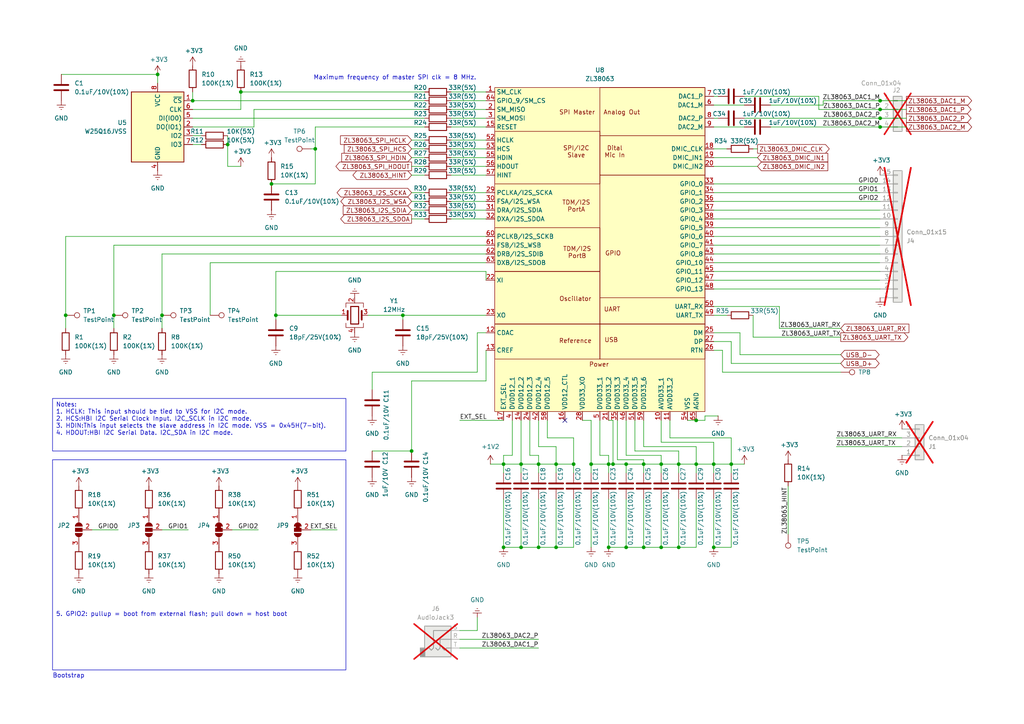
<source format=kicad_sch>
(kicad_sch (version 20231120) (generator "eeschema") (generator_version "8.0")
  (paper "A4")
  (junction (at 156.21 158.75))
  (junction (at 119.38 130.81))
  (junction (at 212.09 134.62))
  (junction (at 186.69 134.62))
  (junction (at 161.29 158.75))
  (junction (at 91.44 43.18))
  (junction (at 161.29 134.62))
  (junction (at 191.77 158.75))
  (junction (at 156.21 134.62))
  (junction (at 171.45 134.62))
  (junction (at 116.84 91.44))
  (junction (at 146.05 134.62))
  (junction (at 201.93 121.92))
  (junction (at 176.53 134.62))
  (junction (at 66.04 41.91))
  (junction (at 207.01 158.75))
  (junction (at 176.53 158.75))
  (junction (at 196.85 134.62))
  (junction (at 255.27 34.29))
  (junction (at 33.02 91.44))
  (junction (at 186.69 158.75))
  (junction (at 78.74 53.34))
  (junction (at 146.05 158.75))
  (junction (at 80.01 91.44))
  (junction (at 191.77 134.62))
  (junction (at 255.27 36.83))
  (junction (at 45.72 21.59))
  (junction (at 255.27 29.21))
  (junction (at 196.85 158.75))
  (junction (at 55.88 29.21))
  (junction (at 46.99 91.44))
  (junction (at 201.93 134.62))
  (junction (at 255.27 31.75))
  (junction (at 181.61 158.75))
  (junction (at 151.13 134.62))
  (junction (at 181.61 134.62))
  (junction (at 151.13 158.75))
  (junction (at 19.05 91.44))
  (junction (at 177.8 134.62))
  (junction (at 166.37 134.62))
  (junction (at 69.85 26.67))
  (junction (at 207.01 134.62))
  (no_connect (at 163.83 121.92))
  (wire (pts (xy 171.45 134.62) (xy 176.53 134.62)))
  (wire (pts (xy 237.49 31.75) (xy 255.27 31.75)))
  (wire (pts (xy 46.99 91.44) (xy 46.99 95.25)))
  (wire (pts (xy 130.81 58.42) (xy 140.97 58.42)))
  (wire (pts (xy 261.62 129.54) (xy 242.57 129.54)))
  (wire (pts (xy 255.27 31.75) (xy 262.89 31.75)))
  (wire (pts (xy 119.38 40.64) (xy 123.19 40.64)))
  (wire (pts (xy 151.13 158.75) (xy 156.21 158.75)))
  (wire (pts (xy 207.01 63.5) (xy 255.27 63.5)))
  (wire (pts (xy 177.8 121.92) (xy 177.8 134.62)))
  (wire (pts (xy 91.44 36.83) (xy 123.19 36.83)))
  (wire (pts (xy 184.15 121.92) (xy 184.15 130.81)))
  (wire (pts (xy 201.93 134.62) (xy 207.01 134.62)))
  (wire (pts (xy 207.01 78.74) (xy 255.27 78.74)))
  (wire (pts (xy 133.35 121.92) (xy 146.05 121.92)))
  (wire (pts (xy 199.39 121.92) (xy 201.93 121.92)))
  (wire (pts (xy 210.82 91.44) (xy 207.01 91.44)))
  (wire (pts (xy 207.01 158.75) (xy 212.09 158.75)))
  (wire (pts (xy 196.85 134.62) (xy 196.85 137.16)))
  (wire (pts (xy 209.55 101.6) (xy 207.01 101.6)))
  (wire (pts (xy 19.05 91.44) (xy 19.05 95.25)))
  (wire (pts (xy 207.01 34.29) (xy 208.28 34.29)))
  (wire (pts (xy 261.62 127) (xy 242.57 127)))
  (wire (pts (xy 133.35 182.88) (xy 138.43 182.88)))
  (wire (pts (xy 214.63 102.87) (xy 243.84 102.87)))
  (wire (pts (xy 214.63 96.52) (xy 207.01 96.52)))
  (wire (pts (xy 207.01 68.58) (xy 255.27 68.58)))
  (wire (pts (xy 73.66 36.83) (xy 55.88 36.83)))
  (wire (pts (xy 33.02 71.12) (xy 140.97 71.12)))
  (wire (pts (xy 80.01 78.74) (xy 80.01 91.44)))
  (wire (pts (xy 90.17 43.18) (xy 91.44 43.18)))
  (wire (pts (xy 196.85 158.75) (xy 201.93 158.75)))
  (wire (pts (xy 130.81 48.26) (xy 140.97 48.26)))
  (wire (pts (xy 179.07 133.35) (xy 186.69 133.35)))
  (wire (pts (xy 130.81 43.18) (xy 140.97 43.18)))
  (wire (pts (xy 146.05 132.08) (xy 146.05 134.62)))
  (wire (pts (xy 191.77 134.62) (xy 191.77 137.16)))
  (wire (pts (xy 207.01 134.62) (xy 207.01 137.16)))
  (wire (pts (xy 255.27 29.21) (xy 262.89 29.21)))
  (wire (pts (xy 223.52 36.83) (xy 255.27 36.83)))
  (wire (pts (xy 181.61 134.62) (xy 181.61 137.16)))
  (wire (pts (xy 209.55 107.95) (xy 243.84 107.95)))
  (wire (pts (xy 176.53 134.62) (xy 176.53 137.16)))
  (wire (pts (xy 151.13 158.75) (xy 151.13 144.78)))
  (wire (pts (xy 156.21 134.62) (xy 156.21 137.16)))
  (wire (pts (xy 207.01 128.27) (xy 207.01 134.62)))
  (wire (pts (xy 153.67 121.92) (xy 153.67 132.08)))
  (wire (pts (xy 228.6 140.97) (xy 228.6 154.94)))
  (wire (pts (xy 153.67 132.08) (xy 156.21 132.08)))
  (wire (pts (xy 156.21 158.75) (xy 161.29 158.75)))
  (wire (pts (xy 69.85 31.75) (xy 55.88 31.75)))
  (wire (pts (xy 209.55 107.95) (xy 209.55 101.6)))
  (wire (pts (xy 201.93 129.54) (xy 201.93 134.62)))
  (wire (pts (xy 119.38 110.49) (xy 119.38 130.81)))
  (wire (pts (xy 181.61 121.92) (xy 181.61 132.08)))
  (wire (pts (xy 151.13 134.62) (xy 151.13 137.16)))
  (wire (pts (xy 186.69 134.62) (xy 186.69 137.16)))
  (wire (pts (xy 119.38 48.26) (xy 123.19 48.26)))
  (wire (pts (xy 191.77 158.75) (xy 191.77 144.78)))
  (wire (pts (xy 80.01 91.44) (xy 99.06 91.44)))
  (wire (pts (xy 207.01 73.66) (xy 255.27 73.66)))
  (wire (pts (xy 238.76 29.21) (xy 238.76 30.48)))
  (wire (pts (xy 207.01 71.12) (xy 255.27 71.12)))
  (wire (pts (xy 173.99 132.08) (xy 176.53 132.08)))
  (wire (pts (xy 142.24 134.62) (xy 146.05 134.62)))
  (wire (pts (xy 218.44 97.79) (xy 218.44 91.44)))
  (wire (pts (xy 60.96 76.2) (xy 60.96 91.44)))
  (wire (pts (xy 176.53 132.08) (xy 176.53 134.62)))
  (wire (pts (xy 194.31 121.92) (xy 194.31 127)))
  (wire (pts (xy 130.81 31.75) (xy 140.97 31.75)))
  (wire (pts (xy 55.88 29.21) (xy 123.19 29.21)))
  (wire (pts (xy 107.95 107.95) (xy 107.95 113.03)))
  (wire (pts (xy 107.95 107.95) (xy 138.43 107.95)))
  (wire (pts (xy 191.77 132.08) (xy 191.77 134.62)))
  (wire (pts (xy 119.38 63.5) (xy 123.19 63.5)))
  (wire (pts (xy 130.81 50.8) (xy 140.97 50.8)))
  (wire (pts (xy 255.27 34.29) (xy 262.89 34.29)))
  (wire (pts (xy 186.69 121.92) (xy 186.69 129.54)))
  (wire (pts (xy 133.35 187.96) (xy 156.21 187.96)))
  (wire (pts (xy 181.61 134.62) (xy 186.69 134.62)))
  (wire (pts (xy 237.49 27.94) (xy 237.49 31.75)))
  (wire (pts (xy 161.29 134.62) (xy 161.29 137.16)))
  (wire (pts (xy 138.43 96.52) (xy 140.97 96.52)))
  (wire (pts (xy 46.99 73.66) (xy 46.99 91.44)))
  (wire (pts (xy 91.44 36.83) (xy 91.44 43.18)))
  (wire (pts (xy 119.38 58.42) (xy 123.19 58.42)))
  (wire (pts (xy 201.93 121.92) (xy 204.47 121.92)))
  (wire (pts (xy 156.21 129.54) (xy 161.29 129.54)))
  (wire (pts (xy 130.81 45.72) (xy 140.97 45.72)))
  (wire (pts (xy 55.88 34.29) (xy 123.19 34.29)))
  (wire (pts (xy 74.93 153.67) (xy 67.31 153.67)))
  (wire (pts (xy 156.21 121.92) (xy 156.21 129.54)))
  (wire (pts (xy 146.05 158.75) (xy 146.05 144.78)))
  (wire (pts (xy 55.88 39.37) (xy 58.42 39.37)))
  (wire (pts (xy 208.28 120.65) (xy 204.47 120.65)))
  (wire (pts (xy 186.69 129.54) (xy 201.93 129.54)))
  (wire (pts (xy 212.09 134.62) (xy 212.09 137.16)))
  (wire (pts (xy 207.01 48.26) (xy 219.71 48.26)))
  (wire (pts (xy 69.85 26.67) (xy 69.85 31.75)))
  (wire (pts (xy 140.97 78.74) (xy 80.01 78.74)))
  (wire (pts (xy 181.61 132.08) (xy 191.77 132.08)))
  (wire (pts (xy 186.69 133.35) (xy 186.69 134.62)))
  (wire (pts (xy 204.47 120.65) (xy 204.47 121.92)))
  (wire (pts (xy 196.85 130.81) (xy 196.85 134.62)))
  (wire (pts (xy 45.72 21.59) (xy 45.72 24.13)))
  (wire (pts (xy 161.29 158.75) (xy 161.29 144.78)))
  (wire (pts (xy 207.01 83.82) (xy 255.27 83.82)))
  (wire (pts (xy 46.99 73.66) (xy 140.97 73.66)))
  (wire (pts (xy 210.82 43.18) (xy 207.01 43.18)))
  (wire (pts (xy 238.76 30.48) (xy 223.52 30.48)))
  (wire (pts (xy 212.09 127) (xy 212.09 134.62)))
  (wire (pts (xy 130.81 26.67) (xy 140.97 26.67)))
  (wire (pts (xy 177.8 134.62) (xy 181.61 134.62)))
  (wire (pts (xy 119.38 50.8) (xy 123.19 50.8)))
  (wire (pts (xy 161.29 158.75) (xy 166.37 158.75)))
  (wire (pts (xy 191.77 134.62) (xy 196.85 134.62)))
  (wire (pts (xy 80.01 91.44) (xy 80.01 92.71)))
  (wire (pts (xy 130.81 40.64) (xy 140.97 40.64)))
  (wire (pts (xy 106.68 91.44) (xy 116.84 91.44)))
  (wire (pts (xy 91.44 43.18) (xy 91.44 53.34)))
  (wire (pts (xy 158.75 127) (xy 158.75 121.92)))
  (wire (pts (xy 119.38 55.88) (xy 123.19 55.88)))
  (wire (pts (xy 116.84 91.44) (xy 140.97 91.44)))
  (wire (pts (xy 130.81 55.88) (xy 140.97 55.88)))
  (wire (pts (xy 66.04 39.37) (xy 66.04 41.91)))
  (wire (pts (xy 33.02 91.44) (xy 33.02 95.25)))
  (wire (pts (xy 60.96 76.2) (xy 140.97 76.2)))
  (wire (pts (xy 207.01 58.42) (xy 255.27 58.42)))
  (wire (pts (xy 156.21 185.42) (xy 133.35 185.42)))
  (wire (pts (xy 166.37 134.62) (xy 166.37 137.16)))
  (wire (pts (xy 207.01 158.75) (xy 207.01 144.78)))
  (wire (pts (xy 171.45 121.92) (xy 171.45 134.62)))
  (wire (pts (xy 194.31 127) (xy 212.09 127)))
  (wire (pts (xy 171.45 158.75) (xy 171.45 144.78)))
  (wire (pts (xy 146.05 158.75) (xy 151.13 158.75)))
  (wire (pts (xy 212.09 158.75) (xy 212.09 144.78)))
  (wire (pts (xy 168.91 121.92) (xy 171.45 121.92)))
  (wire (pts (xy 218.44 97.79) (xy 243.84 97.79)))
  (wire (pts (xy 201.93 158.75) (xy 201.93 144.78)))
  (wire (pts (xy 130.81 60.96) (xy 140.97 60.96)))
  (wire (pts (xy 181.61 158.75) (xy 186.69 158.75)))
  (wire (pts (xy 176.53 134.62) (xy 177.8 134.62)))
  (wire (pts (xy 186.69 158.75) (xy 191.77 158.75)))
  (wire (pts (xy 119.38 43.18) (xy 123.19 43.18)))
  (wire (pts (xy 207.01 36.83) (xy 215.9 36.83)))
  (wire (pts (xy 166.37 127) (xy 166.37 134.62)))
  (wire (pts (xy 207.01 60.96) (xy 255.27 60.96)))
  (wire (pts (xy 19.05 68.58) (xy 19.05 91.44)))
  (wire (pts (xy 17.78 21.59) (xy 45.72 21.59)))
  (wire (pts (xy 212.09 134.62) (xy 215.9 134.62)))
  (wire (pts (xy 207.01 27.94) (xy 208.28 27.94)))
  (wire (pts (xy 207.01 45.72) (xy 219.71 45.72)))
  (wire (pts (xy 116.84 91.44) (xy 116.84 92.71)))
  (wire (pts (xy 119.38 130.81) (xy 107.95 130.81)))
  (wire (pts (xy 73.66 31.75) (xy 123.19 31.75)))
  (wire (pts (xy 69.85 26.67) (xy 123.19 26.67)))
  (wire (pts (xy 130.81 36.83) (xy 140.97 36.83)))
  (wire (pts (xy 156.21 132.08) (xy 156.21 134.62)))
  (wire (pts (xy 219.71 43.18) (xy 218.44 43.18)))
  (wire (pts (xy 212.09 105.41) (xy 243.84 105.41)))
  (wire (pts (xy 151.13 121.92) (xy 151.13 134.62)))
  (wire (pts (xy 151.13 134.62) (xy 146.05 134.62)))
  (wire (pts (xy 119.38 110.49) (xy 140.97 110.49)))
  (wire (pts (xy 179.07 121.92) (xy 179.07 133.35)))
  (wire (pts (xy 66.04 48.26) (xy 66.04 41.91)))
  (wire (pts (xy 215.9 27.94) (xy 237.49 27.94)))
  (wire (pts (xy 255.27 36.83) (xy 262.89 36.83)))
  (wire (pts (xy 215.9 34.29) (xy 255.27 34.29)))
  (wire (pts (xy 171.45 134.62) (xy 171.45 137.16)))
  (wire (pts (xy 207.01 55.88) (xy 255.27 55.88)))
  (wire (pts (xy 55.88 26.67) (xy 55.88 29.21)))
  (wire (pts (xy 238.76 29.21) (xy 255.27 29.21)))
  (wire (pts (xy 73.66 31.75) (xy 73.66 36.83)))
  (wire (pts (xy 19.05 68.58) (xy 140.97 68.58)))
  (wire (pts (xy 148.59 132.08) (xy 146.05 132.08)))
  (wire (pts (xy 226.06 95.25) (xy 226.06 88.9)))
  (wire (pts (xy 140.97 110.49) (xy 140.97 101.6)))
  (wire (pts (xy 130.81 34.29) (xy 140.97 34.29)))
  (wire (pts (xy 119.38 60.96) (xy 123.19 60.96)))
  (wire (pts (xy 34.29 153.67) (xy 26.67 153.67)))
  (wire (pts (xy 156.21 158.75) (xy 156.21 144.78)))
  (wire (pts (xy 78.74 53.34) (xy 91.44 53.34)))
  (wire (pts (xy 196.85 158.75) (xy 196.85 144.78)))
  (wire (pts (xy 140.97 78.74) (xy 140.97 81.28)))
  (wire (pts (xy 97.79 153.67) (xy 90.17 153.67)))
  (wire (pts (xy 55.88 41.91) (xy 58.42 41.91)))
  (wire (pts (xy 207.01 76.2) (xy 255.27 76.2)))
  (wire (pts (xy 148.59 121.92) (xy 148.59 132.08)))
  (wire (pts (xy 130.81 63.5) (xy 140.97 63.5)))
  (wire (pts (xy 214.63 96.52) (xy 214.63 102.87)))
  (wire (pts (xy 69.85 48.26) (xy 66.04 48.26)))
  (wire (pts (xy 130.81 29.21) (xy 140.97 29.21)))
  (wire (pts (xy 212.09 99.06) (xy 207.01 99.06)))
  (wire (pts (xy 207.01 53.34) (xy 255.27 53.34)))
  (wire (pts (xy 191.77 128.27) (xy 207.01 128.27)))
  (wire (pts (xy 158.75 127) (xy 166.37 127)))
  (wire (pts (xy 54.61 153.67) (xy 46.99 153.67)))
  (wire (pts (xy 186.69 134.62) (xy 191.77 134.62)))
  (wire (pts (xy 184.15 130.81) (xy 196.85 130.81)))
  (wire (pts (xy 146.05 134.62) (xy 146.05 137.16)))
  (wire (pts (xy 176.53 158.75) (xy 176.53 144.78)))
  (wire (pts (xy 226.06 88.9) (xy 207.01 88.9)))
  (wire (pts (xy 226.06 95.25) (xy 243.84 95.25)))
  (wire (pts (xy 119.38 45.72) (xy 123.19 45.72)))
  (wire (pts (xy 207.01 66.04) (xy 255.27 66.04)))
  (wire (pts (xy 166.37 158.75) (xy 166.37 144.78)))
  (wire (pts (xy 176.53 158.75) (xy 181.61 158.75)))
  (wire (pts (xy 33.02 71.12) (xy 33.02 91.44)))
  (wire (pts (xy 212.09 105.41) (xy 212.09 99.06)))
  (wire (pts (xy 156.21 134.62) (xy 151.13 134.62)))
  (wire (pts (xy 181.61 158.75) (xy 181.61 144.78)))
  (wire (pts (xy 191.77 158.75) (xy 196.85 158.75)))
  (wire (pts (xy 201.93 134.62) (xy 201.93 137.16)))
  (wire (pts (xy 173.99 121.92) (xy 173.99 132.08)))
  (wire (pts (xy 196.85 134.62) (xy 201.93 134.62)))
  (wire (pts (xy 176.53 121.92) (xy 177.8 121.92)))
  (wire (pts (xy 207.01 30.48) (xy 215.9 30.48)))
  (wire (pts (xy 186.69 158.75) (xy 186.69 144.78)))
  (wire (pts (xy 138.43 182.88) (xy 138.43 179.07)))
  (wire (pts (xy 207.01 81.28) (xy 255.27 81.28)))
  (wire (pts (xy 161.29 129.54) (xy 161.29 134.62)))
  (wire (pts (xy 156.21 134.62) (xy 161.29 134.62)))
  (wire (pts (xy 138.43 107.95) (xy 138.43 96.52)))
  (wire (pts (xy 191.77 121.92) (xy 191.77 128.27)))
  (wire (pts (xy 207.01 134.62) (xy 212.09 134.62)))
  (wire (pts (xy 166.37 134.62) (xy 161.29 134.62)))
  (text_box "\n\n\n\n\n\n\n\n\n\n\n\n\n\n\n\n\n\n\n\n\n5. GPIO2: pullup = boot from external flash; pull down = host boot" (at 15.24 133.35 0) (size 85.09 60.96) (effects (font (size 1.27 1.27)) (justify left top)))
  (text_box "Notes:\n1. HCLK: This input should be tied to VSS for I2C mode.\n2. HCS:HBI I2C Serial Clock Input. I2C_SCLK in I2C mode.\n3. HDIN:This input selects the slave address in I2C mode. VSS = 0x45H(7-bit).\n4. HDOUT:HBI I2C Serial Data. I2C_SDA in I2C mode." (at 15.24 115.57 0) (size 85.09 15.24) (effects (font (size 1.27 1.27)) (justify left top)))
  (text "Maximum frequency of master SPI clk = 8 MHz." (at 114.554 22.606 0) (effects (font (size 1.27 1.27))))
  (text "Bootstrap" (at 15.24 196.088 0) (effects (font (size 1.27 1.27)) (justify left)))
  (label "ZL38063_DAC2_M" (at 255.27 36.83 180))
  (label "ZL38063_UART_RX" (at 242.57 127 0))
  (label "ZL38063_UART_RX" (at 243.84 95.25 180))
  (label "ZL38063_UART_TX" (at 243.84 97.79 180))
  (label "GPIO1" (at 248.92 55.88 0))
  (label "ZL38063_DAC1_M" (at 255.27 29.21 180))
  (label "GPIO1" (at 54.61 153.67 180))
  (label "ZL38063_DAC2_P" (at 156.21 185.42 180))
  (label "EXT_SEL" (at 97.79 153.67 180))
  (label "ZL38063_DAC1_P" (at 255.27 31.75 180))
  (label "ZL38063_DAC1_P" (at 156.21 187.96 180))
  (label "GPIO0" (at 248.92 53.34 0))
  (label "GPIO2" (at 74.93 153.67 180))
  (label "EXT_SEL" (at 133.35 121.92 0))
  (label "ZL38063_UART_TX" (at 242.57 129.54 0))
  (label "ZL38063_DAC2_P" (at 255.27 34.29 180))
  (label "GPIO2" (at 248.92 58.42 0))
  (label "ZL38063_HINT" (at 228.6 154.94 90))
  (label "GPIO0" (at 34.29 153.67 180))
  (global_label "ZL38063_I2S_SDIA" (shape input) (at 119.38 60.96 180) (property "Intersheetrefs" "${INTERSHEET_REFS}" (effects (hide yes))))
  (global_label "ZL38063_UART_TX" (shape output) (at 243.84 97.79 0) (property "Intersheetrefs" "${INTERSHEET_REFS}" (effects (hide yes))))
  (global_label "USB_D+" (shape bidirectional) (at 243.84 105.41 0) (property "Intersheetrefs" "${INTERSHEET_REFS}" (effects (hide yes))))
  (global_label "ZL38063_HINT" (shape bidirectional) (at 119.38 50.8 180) (property "Intersheetrefs" "${INTERSHEET_REFS}" (effects (hide yes))))
  (global_label "ZL38063_UART_RX" (shape input) (at 243.84 95.25 0) (property "Intersheetrefs" "${INTERSHEET_REFS}" (effects (hide yes))))
  (global_label "ZL38063_SPI_HDOUT" (shape output) (at 119.38 48.26 180) (property "Intersheetrefs" "${INTERSHEET_REFS}" (effects (hide yes))))
  (global_label "ZL38063_DMIC_CLK" (shape output) (at 219.71 43.18 0) (property "Intersheetrefs" "${INTERSHEET_REFS}" (effects (hide yes))))
  (global_label "ZL38063_DAC1_P" (shape output) (at 262.89 31.75 0) (property "Intersheetrefs" "${INTERSHEET_REFS}" (effects (hide yes))))
  (global_label "ZL38063_DAC2_M" (shape output) (at 262.89 36.83 0) (property "Intersheetrefs" "${INTERSHEET_REFS}" (effects (hide yes))))
  (global_label "ZL38063_SPI_HDIN" (shape input) (at 119.38 45.72 180) (property "Intersheetrefs" "${INTERSHEET_REFS}" (effects (hide yes))))
  (global_label "ZL38063_SPI_HCLK" (shape input) (at 119.38 40.64 180) (property "Intersheetrefs" "${INTERSHEET_REFS}" (effects (hide yes))))
  (global_label "ZL38063_I2S_SDOA" (shape output) (at 119.38 63.5 180) (property "Intersheetrefs" "${INTERSHEET_REFS}" (effects (hide yes))))
  (global_label "ZL38063_DMIC_IN2" (shape input) (at 219.71 48.26 0) (property "Intersheetrefs" "${INTERSHEET_REFS}" (effects (hide yes))))
  (global_label "ZL38063_I2S_WSA" (shape bidirectional) (at 119.38 58.42 180) (property "Intersheetrefs" "${INTERSHEET_REFS}" (effects (hide yes))))
  (global_label "ZL38063_DAC1_M" (shape output) (at 262.89 29.21 0) (property "Intersheetrefs" "${INTERSHEET_REFS}" (effects (hide yes))))
  (global_label "ZL38063_DMIC_IN1" (shape input) (at 219.71 45.72 0) (property "Intersheetrefs" "${INTERSHEET_REFS}" (effects (hide yes))))
  (global_label "USB_D-" (shape bidirectional) (at 243.84 102.87 0) (property "Intersheetrefs" "${INTERSHEET_REFS}" (effects (hide yes))))
  (global_label "ZL38063_I2S_SCKA" (shape bidirectional) (at 119.38 55.88 180) (property "Intersheetrefs" "${INTERSHEET_REFS}" (effects (hide yes))))
  (global_label "ZL38063_DAC2_P" (shape output) (at 262.89 34.29 0) (property "Intersheetrefs" "${INTERSHEET_REFS}" (effects (hide yes))))
  (global_label "ZL38063_SPI_HCS" (shape input) (at 119.38 43.18 180) (property "Intersheetrefs" "${INTERSHEET_REFS}" (effects (hide yes))))
  (symbol (lib_id "Device:C") (at 107.95 116.84 0) (unit 1)
    (property "Reference" "C11" (at 112.014 116.84 90) (effects (justify left)))
    (property "Value" "0.1uF/10V" (at 112.014 127.762 90) (effects (justify left)))
    (property "Footprint" "Capacitor_SMD:C_0402_1005Metric" (effects (hide yes)))
    (property "Description" "Unpolarized capacitor" (effects (hide yes)))
  )
  (symbol (lib_id "ZL38063:ZL38063") (at 173.99 59.69 0) (unit 1)
    (property "Reference" "U8" (at 173.99 20.32 0))
    (property "Value" "ZL38063" (at 173.99 22.86 0))
    (property "Footprint" "Package_DFN_QFN:QFN-64-1EP_9x9mm_P0.5mm_EP7.3x7.3mm_ThermalVias" (effects (hide yes)))
    (property "Datasheet" "https://www.microsemi.com/document-portal/doc_download/136798-zl38063-datasheet" (effects (hide yes)))
    (property "Description" "Microphone Array ASR-assist Audio Processor" (effects (hide yes)))
  )
  (symbol (lib_id "Device:R") (at 78.74 49.53 180) (unit 1)
    (property "Reference" "R15" (at 81.28 48.2599 0) (effects (justify right)))
    (property "Value" "10K(1%)" (at 81.28 50.7999 0) (effects (justify right)))
    (property "Footprint" "Resistor_SMD:R_0402_1005Metric" (effects (hide yes)))
    (property "Description" "Resistor" (effects (hide yes)))
  )
  (symbol (lib_id "Device:C") (at 156.21 140.97 0) (unit 1)
    (property "Reference" "C18" (at 157.48 139.446 90) (effects (justify left)))
    (property "Value" "0.1uF/10V(10%)" (at 157.48 158.242 90) (effects (justify left)))
    (property "Footprint" "Capacitor_SMD:C_0402_1005Metric" (effects (hide yes)))
    (property "Description" "Unpolarized capacitor" (effects (hide yes)))
  )
  (symbol (lib_id "power:Earth") (at 138.43 179.07 180) (unit 1)
    (property "Reference" "#PWR035" (effects (hide yes)))
    (property "Value" "GND" (at 138.43 173.99 0))
    (property "Description" "Power symbol creates a global label with name \"Earth\"" (effects (hide yes)))
  )
  (symbol (lib_id "Device:R") (at 127 50.8 90) (unit 1)
    (property "Reference" "R29" (at 121.92 49.53 90))
    (property "Value" "33R(5%)" (at 134.112 49.53 90))
    (property "Footprint" "Resistor_SMD:R_0402_1005Metric" (effects (hide yes)))
    (property "Description" "Resistor" (effects (hide yes)))
  )
  (symbol (lib_id "Jumper:SolderJumper_3_Open") (at 22.86 153.67 90) (mirror x) (unit 1)
    (property "Reference" "JP2" (at 20.32 152.3999 90) (effects (justify left)))
    (property "Value" "SolderJumper_3_Open" (effects (hide yes)))
    (property "Footprint" "Jumper:SolderJumper-3_P1.3mm_Open_RoundedPad1.0x1.5mm" (effects (hide yes)))
    (property "Description" "Solder Jumper, 3-pole, open" (effects (hide yes)))
  )
  (symbol (lib_id "Device:Crystal_GND24") (at 102.87 91.44 0) (unit 1)
    (property "Reference" "Y1" (at 114.3 87.249 0))
    (property "Value" "12MHz" (at 114.3 89.789 0))
    (property "Footprint" "Crystal:Crystal_SMD_3225-4Pin_3.2x2.5mm" (effects (hide yes)))
    (property "Description" "Four pin crystal, GND on pins 2 and 4" (effects (hide yes)))
  )
  (symbol (lib_id "Device:C") (at 78.74 57.15 0) (unit 1)
    (property "Reference" "C13" (at 82.55 55.8799 0) (effects (justify left)))
    (property "Value" "0.1uF/10V(10%)" (at 82.55 58.4199 0) (effects (justify left)))
    (property "Footprint" "Capacitor_SMD:C_0402_1005Metric" (effects (hide yes)))
    (property "Description" "Unpolarized capacitor" (effects (hide yes)))
  )
  (symbol (lib_id "Jumper:SolderJumper_3_Open") (at 43.18 153.67 90) (mirror x) (unit 1)
    (property "Reference" "JP3" (at 40.64 152.3999 90) (effects (justify left)))
    (property "Value" "SolderJumper_3_Open" (effects (hide yes)))
    (property "Footprint" "Jumper:SolderJumper-3_P1.3mm_Open_RoundedPad1.0x1.5mm" (effects (hide yes)))
    (property "Description" "Solder Jumper, 3-pole, open" (effects (hide yes)))
  )
  (symbol (lib_id "power:Earth") (at 86.36 166.37 0) (unit 1)
    (property "Reference" "#PWR0132" (effects (hide yes)))
    (property "Value" "GND" (at 86.36 171.45 0))
    (property "Description" "Power symbol creates a global label with name \"Earth\"" (effects (hide yes)))
  )
  (symbol (lib_id "power:Earth") (at 22.86 166.37 0) (unit 1)
    (property "Reference" "#PWR054" (effects (hide yes)))
    (property "Value" "GND" (at 22.86 171.45 0))
    (property "Description" "Power symbol creates a global label with name \"Earth\"" (effects (hide yes)))
  )
  (symbol (lib_id "Device:R") (at 63.5 162.56 0) (unit 1)
    (property "Reference" "R50" (at 66.04 161.2899 0) (effects (justify left)))
    (property "Value" "10K(1%)" (at 66.04 163.8299 0) (effects (justify left)))
    (property "Footprint" "Resistor_SMD:R_0402_1005Metric" (effects (hide yes)))
    (property "Description" "Resistor" (effects (hide yes)))
  )
  (symbol (lib_id "Device:C") (at 176.53 140.97 0) (unit 1)
    (property "Reference" "C23" (at 177.8 139.446 90) (effects (justify left)))
    (property "Value" "0.1uF/10V(10%)" (at 177.8 158.242 90) (effects (justify left)))
    (property "Footprint" "Capacitor_SMD:C_0402_1005Metric" (effects (hide yes)))
    (property "Description" "Unpolarized capacitor" (effects (hide yes)))
  )
  (symbol (lib_id "power:Earth") (at 116.84 100.33 0) (unit 1)
    (property "Reference" "#PWR052" (effects (hide yes)))
    (property "Value" "GND" (at 116.84 105.41 0))
    (property "Description" "Power symbol creates a global label with name \"Earth\"" (effects (hide yes)))
  )
  (symbol (lib_id "Jumper:SolderJumper_3_Bridged12") (at 86.36 153.67 90) (mirror x) (unit 1)
    (property "Reference" "JP9" (at 83.82 152.3999 90) (effects (justify left)))
    (property "Value" "SolderJumper_3_Bridged12" (effects (hide yes)))
    (property "Footprint" "Jumper:SolderJumper-3_P1.3mm_Bridged12_RoundedPad1.0x1.5mm" (effects (hide yes)))
    (property "Description" "3-pole Solder Jumper, pins 1+2 closed/bridged" (effects (hide yes)))
  )
  (symbol (lib_id "Jumper:SolderJumper_3_Bridged12") (at 63.5 153.67 90) (mirror x) (unit 1)
    (property "Reference" "JP4" (at 60.96 152.3999 90) (effects (justify left)))
    (property "Value" "SolderJumper_3_Bridged12" (effects (hide yes)))
    (property "Footprint" "Jumper:SolderJumper-3_P1.3mm_Bridged12_RoundedPad1.0x1.5mm" (effects (hide yes)))
    (property "Description" "3-pole Solder Jumper, pins 1+2 closed/bridged" (effects (hide yes)))
  )
  (symbol (lib_id "Device:C") (at 219.71 30.48 90) (unit 1)
    (property "Reference" "C35" (at 218.186 29.21 90) (effects (justify left)))
    (property "Value" "1uF/10V(10%)" (at 236.982 29.21 90) (effects (justify left)))
    (property "Footprint" "Capacitor_SMD:C_0402_1005Metric" (effects (hide yes)))
    (property "Description" "Unpolarized capacitor" (effects (hide yes)))
  )
  (symbol (lib_id "Device:R") (at 127 26.67 90) (unit 1)
    (property "Reference" "R20" (at 121.92 25.4 90))
    (property "Value" "33R(5%)" (at 134.112 25.4 90))
    (property "Footprint" "Resistor_SMD:R_0402_1005Metric" (effects (hide yes)))
    (property "Description" "Resistor" (effects (hide yes)))
  )
  (symbol (lib_id "power:Earth") (at 107.95 120.65 0) (unit 1)
    (property "Reference" "#PWR037" (effects (hide yes)))
    (property "Value" "GND" (at 107.95 125.73 0))
    (property "Description" "Power symbol creates a global label with name \"Earth\"" (effects (hide yes)))
  )
  (symbol (lib_id "Device:R") (at 69.85 22.86 180) (unit 1)
    (property "Reference" "R13" (at 72.39 21.5899 0) (effects (justify right)))
    (property "Value" "100K(1%)" (at 72.39 24.1299 0) (effects (justify right)))
    (property "Footprint" "Resistor_SMD:R_0402_1005Metric" (effects (hide yes)))
    (property "Description" "Resistor" (effects (hide yes)))
  )
  (symbol (lib_id "Device:C") (at 171.45 140.97 0) (unit 1)
    (property "Reference" "C21" (at 172.72 139.446 90) (effects (justify left)))
    (property "Value" "0.1uF/10V(10%)" (at 172.72 158.242 90) (effects (justify left)))
    (property "Footprint" "Capacitor_SMD:C_0402_1005Metric" (effects (hide yes)))
    (property "Description" "Unpolarized capacitor" (effects (hide yes)))
  )
  (symbol (lib_id "Device:R") (at 43.18 144.78 0) (unit 1)
    (property "Reference" "R36" (at 45.72 143.5099 0) (effects (justify left)))
    (property "Value" "10K(1%)" (at 45.72 146.0499 0) (effects (justify left)))
    (property "Footprint" "Resistor_SMD:R_0402_1005Metric" (effects (hide yes)))
    (property "Description" "Resistor" (effects (hide yes)))
  )
  (symbol (lib_id "Device:C") (at 161.29 140.97 0) (unit 1)
    (property "Reference" "C19" (at 162.56 139.446 90) (effects (justify left)))
    (property "Value" "0.1uF/10V(10%)" (at 162.56 158.242 90) (effects (justify left)))
    (property "Footprint" "Capacitor_SMD:C_0402_1005Metric" (effects (hide yes)))
    (property "Description" "Unpolarized capacitor" (effects (hide yes)))
  )
  (symbol (lib_id "power:+3.3V") (at 63.5 140.97 0) (unit 1)
    (property "Reference" "#PWR092" (effects (hide yes)))
    (property "Value" "+3V3" (at 63.8683 136.6456 0))
  )
  (symbol (lib_id "Connector:TestPoint") (at 90.17 43.18 90) (unit 1)
    (property "Reference" "TP6" (at 86.868 38.1 90))
    (property "Value" "TestPoint" (at 86.868 40.64 90))
    (property "Footprint" "TestPoint:TestPoint_Pad_D1.0mm" (effects (hide yes)))
    (property "Description" "test point" (effects (hide yes)))
  )
  (symbol (lib_id "Device:R") (at 86.36 162.56 0) (unit 1)
    (property "Reference" "R52" (at 88.9 161.2899 0) (effects (justify left)))
    (property "Value" "10K(1%)" (at 88.9 163.8299 0) (effects (justify left)))
    (property "Footprint" "Resistor_SMD:R_0402_1005Metric" (effects (hide yes)))
    (property "Description" "Resistor" (effects (hide yes)))
  )
  (symbol (lib_id "Device:R") (at 127 45.72 90) (unit 1)
    (property "Reference" "R27" (at 121.92 44.45 90))
    (property "Value" "33R(5%)" (at 134.112 44.45 90))
    (property "Footprint" "Resistor_SMD:R_0402_1005Metric" (effects (hide yes)))
    (property "Description" "Resistor" (effects (hide yes)))
  )
  (symbol (lib_id "power:+3.3V") (at 261.62 124.46 0) (unit 1)
    (property "Reference" "#PWR0116" (effects (hide yes)))
    (property "Value" "+3V3" (at 261.9883 120.1356 0))
  )
  (symbol (lib_id "Device:C") (at 119.38 134.62 0) (unit 1)
    (property "Reference" "C14" (at 123.444 134.874 90) (effects (justify left)))
    (property "Value" "0.1uF/10V" (at 123.444 145.796 90) (effects (justify left)))
    (property "Footprint" "Capacitor_SMD:C_0402_1005Metric" (effects (hide yes)))
    (property "Description" "Unpolarized capacitor" (effects (hide yes)))
  )
  (symbol (lib_id "Device:R") (at 127 34.29 90) (unit 1)
    (property "Reference" "R23" (at 121.92 33.02 90))
    (property "Value" "33R(5%)" (at 134.112 33.02 90))
    (property "Footprint" "Resistor_SMD:R_0402_1005Metric" (effects (hide yes)))
    (property "Description" "Resistor" (effects (hide yes)))
  )
  (symbol (lib_id "Device:R") (at 127 60.96 90) (unit 1)
    (property "Reference" "R32" (at 121.92 59.69 90))
    (property "Value" "33R(5%)" (at 134.112 59.69 90))
    (property "Footprint" "Resistor_SMD:R_0402_1005Metric" (effects (hide yes)))
    (property "Description" "Resistor" (effects (hide yes)))
  )
  (symbol (lib_id "power:Earth") (at 146.05 158.75 0) (unit 1)
    (property "Reference" "#PWR057" (effects (hide yes)))
    (property "Value" "GND" (at 146.05 163.83 0))
    (property "Description" "Power symbol creates a global label with name \"Earth\"" (effects (hide yes)))
  )
  (symbol (lib_id "Device:C") (at 146.05 140.97 0) (unit 1)
    (property "Reference" "C16" (at 147.32 139.446 90) (effects (justify left)))
    (property "Value" "0.1uF/10V(10%)" (at 147.32 158.242 90) (effects (justify left)))
    (property "Footprint" "Capacitor_SMD:C_0402_1005Metric" (effects (hide yes)))
    (property "Description" "Unpolarized capacitor" (effects (hide yes)))
  )
  (symbol (lib_id "Connector_Generic:Conn_01x04") (at 266.7 129.54 0) (mirror x) (unit 1) (in_bom no) (dnp yes)
    (property "Reference" "J1" (at 269.24 129.5401 0) (effects (justify left)))
    (property "Value" "Conn_01x04" (at 269.24 127.0001 0) (effects (justify left)))
    (property "Footprint" "Connector_PinHeader_2.54mm:PinHeader_1x04_P2.54mm_Vertical" (effects (hide yes)))
    (property "Description" "Generic connector, single row, 01x04, script generated (kicad-library-utils/schlib/autogen/connector/)" (effects (hide yes)))
  )
  (symbol (lib_id "Device:R") (at 127 58.42 90) (unit 1)
    (property "Reference" "R31" (at 121.92 57.15 90))
    (property "Value" "33R(5%)" (at 134.112 57.15 90))
    (property "Footprint" "Resistor_SMD:R_0402_1005Metric" (effects (hide yes)))
    (property "Description" "Resistor" (effects (hide yes)))
  )
  (symbol (lib_id "power:Earth") (at 78.74 60.96 0) (unit 1)
    (property "Reference" "#PWR040" (effects (hide yes)))
    (property "Value" "GND" (at 78.74 66.04 0))
    (property "Description" "Power symbol creates a global label with name \"Earth\"" (effects (hide yes)))
  )
  (symbol (lib_id "Device:R") (at 19.05 99.06 180) (unit 1)
    (property "Reference" "R1" (at 21.59 97.7899 0) (effects (justify right)))
    (property "Value" "100K(1%)" (at 21.59 100.3299 0) (effects (justify right)))
    (property "Footprint" "Resistor_SMD:R_0402_1005Metric" (effects (hide yes)))
    (property "Description" "Resistor" (effects (hide yes)))
  )
  (symbol (lib_id "Device:R") (at 22.86 144.78 0) (unit 1)
    (property "Reference" "R18" (at 25.4 143.5099 0) (effects (justify left)))
    (property "Value" "10K(1%)" (at 25.4 146.0499 0) (effects (justify left)))
    (property "Footprint" "Resistor_SMD:R_0402_1005Metric" (effects (hide yes)))
    (property "Description" "Resistor" (effects (hide yes)))
  )
  (symbol (lib_id "Device:R") (at 46.99 99.06 180) (unit 1)
    (property "Reference" "R8" (at 49.53 97.7899 0) (effects (justify right)))
    (property "Value" "100K(1%)" (at 49.53 100.3299 0) (effects (justify right)))
    (property "Footprint" "Resistor_SMD:R_0402_1005Metric" (effects (hide yes)))
    (property "Description" "Resistor" (effects (hide yes)))
  )
  (symbol (lib_id "Connector:TestPoint") (at 243.84 107.95 270) (unit 1)
    (property "Reference" "TP8" (at 248.92 107.9499 90) (effects (justify left)))
    (property "Value" "TestPoint" (effects (hide yes)))
    (property "Footprint" "TestPoint:TestPoint_Pad_D1.0mm" (effects (hide yes)))
    (property "Description" "test point" (effects (hide yes)))
  )
  (symbol (lib_id "Device:R") (at 62.23 39.37 90) (unit 1)
    (property "Reference" "R11" (at 57.15 38.1 90))
    (property "Value" "10K(5%)" (at 69.85 38.1 90))
    (property "Footprint" "Resistor_SMD:R_0402_1005Metric" (effects (hide yes)))
    (property "Description" "Resistor" (effects (hide yes)))
  )
  (symbol (lib_id "Device:C") (at 212.09 34.29 90) (unit 1)
    (property "Reference" "C34" (at 210.566 33.02 90) (effects (justify left)))
    (property "Value" "1uF/10V(10%)" (at 229.362 33.02 90) (effects (justify left)))
    (property "Footprint" "Capacitor_SMD:C_0402_1005Metric" (effects (hide yes)))
    (property "Description" "Unpolarized capacitor" (effects (hide yes)))
  )
  (symbol (lib_id "power:Earth") (at 102.87 86.36 180) (unit 1)
    (property "Reference" "#PWR043" (effects (hide yes)))
    (property "Value" "GND" (at 102.87 81.28 0))
    (property "Description" "Power symbol creates a global label with name \"Earth\"" (effects (hide yes)))
  )
  (symbol (lib_id "Device:C") (at 219.71 36.83 90) (unit 1)
    (property "Reference" "C36" (at 218.186 35.56 90) (effects (justify left)))
    (property "Value" "1uF/10V(10%)" (at 236.982 35.56 90) (effects (justify left)))
    (property "Footprint" "Capacitor_SMD:C_0402_1005Metric" (effects (hide yes)))
    (property "Description" "Unpolarized capacitor" (effects (hide yes)))
  )
  (symbol (lib_id "Device:R") (at 214.63 43.18 90) (unit 1)
    (property "Reference" "R34" (at 209.042 40.894 90))
    (property "Value" "33R(5%)" (at 215.9 40.894 90))
    (property "Footprint" "Resistor_SMD:R_0402_1005Metric" (effects (hide yes)))
    (property "Description" "Resistor" (effects (hide yes)))
  )
  (symbol (lib_id "power:Earth") (at 19.05 102.87 0) (unit 1)
    (property "Reference" "#PWR019" (effects (hide yes)))
    (property "Value" "GND" (at 19.05 107.95 0))
    (property "Description" "Power symbol creates a global label with name \"Earth\"" (effects (hide yes)))
  )
  (symbol (lib_id "Device:R") (at 55.88 22.86 180) (unit 1)
    (property "Reference" "R10" (at 58.42 21.5899 0) (effects (justify right)))
    (property "Value" "100K(1%)" (at 58.42 24.1299 0) (effects (justify right)))
    (property "Footprint" "Resistor_SMD:R_0402_1005Metric" (effects (hide yes)))
    (property "Description" "Resistor" (effects (hide yes)))
  )
  (symbol (lib_id "power:Earth") (at 171.45 158.75 0) (unit 1)
    (property "Reference" "#PWR059" (effects (hide yes)))
    (property "Value" "GND" (at 171.45 163.83 0))
    (property "Description" "Power symbol creates a global label with name \"Earth\"" (effects (hide yes)))
  )
  (symbol (lib_id "Device:R") (at 43.18 162.56 0) (unit 1)
    (property "Reference" "R37" (at 45.72 161.2899 0) (effects (justify left)))
    (property "Value" "10K(1%)" (at 45.72 163.8299 0) (effects (justify left)))
    (property "Footprint" "Resistor_SMD:R_0402_1005Metric" (effects (hide yes)))
    (property "Description" "Resistor" (effects (hide yes)))
  )
  (symbol (lib_id "Device:R") (at 127 36.83 90) (unit 1)
    (property "Reference" "R24" (at 121.92 35.56 90))
    (property "Value" "33R(5%)" (at 134.112 35.56 90))
    (property "Footprint" "Resistor_SMD:R_0402_1005Metric" (effects (hide yes)))
    (property "Description" "Resistor" (effects (hide yes)))
  )
  (symbol (lib_id "power:+3.3V") (at 215.9 134.62 0) (unit 1)
    (property "Reference" "#PWR075" (effects (hide yes)))
    (property "Value" "+3V3" (at 216.2683 130.2956 0))
  )
  (symbol (lib_id "Device:C") (at 181.61 140.97 0) (unit 1)
    (property "Reference" "C24" (at 182.88 139.446 90) (effects (justify left)))
    (property "Value" "0.1uF/10V(10%)" (at 182.88 158.242 90) (effects (justify left)))
    (property "Footprint" "Capacitor_SMD:C_0402_1005Metric" (effects (hide yes)))
    (property "Description" "Unpolarized capacitor" (effects (hide yes)))
  )
  (symbol (lib_id "power:Earth") (at 107.95 138.43 0) (unit 1)
    (property "Reference" "#PWR038" (effects (hide yes)))
    (property "Value" "GND" (at 107.95 143.51 0))
    (property "Description" "Power symbol creates a global label with name \"Earth\"" (effects (hide yes)))
  )
  (symbol (lib_id "power:Earth") (at 208.28 120.65 0) (unit 1)
    (property "Reference" "#PWR074" (effects (hide yes)))
    (property "Value" "GND" (at 208.28 125.73 0))
    (property "Description" "Power symbol creates a global label with name \"Earth\"" (effects (hide yes)))
  )
  (symbol (lib_id "power:Earth") (at 17.78 29.21 0) (unit 1)
    (property "Reference" "#PWR01" (effects (hide yes)))
    (property "Value" "GND" (at 17.78 34.29 0))
    (property "Description" "Power symbol creates a global label with name \"Earth\"" (effects (hide yes)))
  )
  (symbol (lib_id "power:Earth") (at 207.01 158.75 0) (unit 1)
    (property "Reference" "#PWR048" (effects (hide yes)))
    (property "Value" "GND" (at 207.01 163.83 0))
    (property "Description" "Power symbol creates a global label with name \"Earth\"" (effects (hide yes)))
  )
  (symbol (lib_id "power:Earth") (at 119.38 138.43 0) (unit 1)
    (property "Reference" "#PWR049" (effects (hide yes)))
    (property "Value" "GND" (at 119.38 143.51 0))
    (property "Description" "Power symbol creates a global label with name \"Earth\"" (effects (hide yes)))
  )
  (symbol (lib_id "Device:R") (at 63.5 144.78 0) (unit 1)
    (property "Reference" "R38" (at 66.04 143.5099 0) (effects (justify left)))
    (property "Value" "10K(1%)" (at 66.04 146.0499 0) (effects (justify left)))
    (property "Footprint" "Resistor_SMD:R_0402_1005Metric" (effects (hide yes)))
    (property "Description" "Resistor" (effects (hide yes)))
  )
  (symbol (lib_id "Device:R") (at 86.36 144.78 0) (unit 1)
    (property "Reference" "R51" (at 88.9 143.5099 0) (effects (justify left)))
    (property "Value" "10K(1%)" (at 88.9 146.0499 0) (effects (justify left)))
    (property "Footprint" "Resistor_SMD:R_0402_1005Metric" (effects (hide yes)))
    (property "Description" "Resistor" (effects (hide yes)))
  )
  (symbol (lib_id "power:Earth") (at 45.72 49.53 0) (unit 1)
    (property "Reference" "#PWR026" (effects (hide yes)))
    (property "Value" "GND" (at 45.72 54.61 0))
    (property "Description" "Power symbol creates a global label with name \"Earth\"" (effects (hide yes)))
  )
  (symbol (lib_id "power:+3.3V") (at 55.88 19.05 0) (unit 1)
    (property "Reference" "#PWR027" (effects (hide yes)))
    (property "Value" "+3V3" (at 56.2483 14.7256 0))
  )
  (symbol (lib_id "Device:C") (at 191.77 140.97 0) (unit 1)
    (property "Reference" "C26" (at 193.04 139.446 90) (effects (justify left)))
    (property "Value" "0.1uF/10V(10%)" (at 193.04 158.242 90) (effects (justify left)))
    (property "Footprint" "Capacitor_SMD:C_0402_1005Metric" (effects (hide yes)))
    (property "Description" "Unpolarized capacitor" (effects (hide yes)))
  )
  (symbol (lib_id "power:Earth") (at 176.53 158.75 0) (unit 1)
    (property "Reference" "#PWR060" (effects (hide yes)))
    (property "Value" "GND" (at 176.53 163.83 0))
    (property "Description" "Power symbol creates a global label with name \"Earth\"" (effects (hide yes)))
  )
  (symbol (lib_id "power:Earth") (at 63.5 166.37 0) (unit 1)
    (property "Reference" "#PWR0110" (effects (hide yes)))
    (property "Value" "GND" (at 63.5 171.45 0))
    (property "Description" "Power symbol creates a global label with name \"Earth\"" (effects (hide yes)))
  )
  (symbol (lib_id "power:Earth") (at 43.18 166.37 0) (unit 1)
    (property "Reference" "#PWR089" (effects (hide yes)))
    (property "Value" "GND" (at 43.18 171.45 0))
    (property "Description" "Power symbol creates a global label with name \"Earth\"" (effects (hide yes)))
  )
  (symbol (lib_id "Device:R") (at 127 43.18 90) (unit 1)
    (property "Reference" "R26" (at 121.92 41.91 90))
    (property "Value" "33R(5%)" (at 134.112 41.91 90))
    (property "Footprint" "Resistor_SMD:R_0402_1005Metric" (effects (hide yes)))
    (property "Description" "Resistor" (effects (hide yes)))
  )
  (symbol (lib_id "Connector:TestPoint") (at 228.6 154.94 180) (unit 1)
    (property "Reference" "TP5" (at 231.14 156.9719 0) (effects (justify right)))
    (property "Value" "TestPoint" (at 231.14 159.5119 0) (effects (justify right)))
    (property "Footprint" "TestPoint:TestPoint_Pad_D1.0mm" (effects (hide yes)))
    (property "Description" "test point" (effects (hide yes)))
  )
  (symbol (lib_id "power:+3.3V") (at 255.27 50.8 0) (unit 1)
    (property "Reference" "#PWR093" (effects (hide yes)))
    (property "Value" "+3V3" (at 255.6383 46.4756 0))
  )
  (symbol (lib_id "Device:R") (at 22.86 162.56 0) (unit 1)
    (property "Reference" "R19" (at 25.4 161.2899 0) (effects (justify left)))
    (property "Value" "10K(1%)" (at 25.4 163.8299 0) (effects (justify left)))
    (property "Footprint" "Resistor_SMD:R_0402_1005Metric" (effects (hide yes)))
    (property "Description" "Resistor" (effects (hide yes)))
  )
  (symbol (lib_id "power:Earth") (at 69.85 19.05 180) (unit 1)
    (property "Reference" "#PWR028" (effects (hide yes)))
    (property "Value" "GND" (at 69.85 13.97 0))
    (property "Description" "Power symbol creates a global label with name \"Earth\"" (effects (hide yes)))
  )
  (symbol (lib_id "power:+1V2") (at 142.24 134.62 0) (unit 1)
    (property "Reference" "#PWR058" (effects (hide yes)))
    (property "Value" "+1V2" (at 142.24 129.54 0))
    (property "Description" "Power symbol creates a global label with name \"+1V2\"" (effects (hide yes)))
  )
  (symbol (lib_id "Connector:TestPoint") (at 46.99 91.44 270) (unit 1)
    (property "Reference" "TP3" (at 52.07 90.1699 90) (effects (justify left)))
    (property "Value" "TestPoint" (at 52.07 92.7099 90) (effects (justify left)))
    (property "Footprint" "TestPoint:TestPoint_Pad_D1.0mm" (effects (hide yes)))
    (property "Description" "test point" (effects (hide yes)))
  )
  (symbol (lib_id "Device:R") (at 33.02 99.06 180) (unit 1)
    (property "Reference" "R2" (at 35.56 97.7899 0) (effects (justify right)))
    (property "Value" "100K(1%)" (at 35.56 100.3299 0) (effects (justify right)))
    (property "Footprint" "Resistor_SMD:R_0402_1005Metric" (effects (hide yes)))
    (property "Description" "Resistor" (effects (hide yes)))
  )
  (symbol (lib_id "Connector:TestPoint") (at 60.96 91.44 270) (unit 1)
    (property "Reference" "TP4" (at 66.04 90.1699 90) (effects (justify left)))
    (property "Value" "TestPoint" (at 66.04 92.7099 90) (effects (justify left)))
    (property "Footprint" "TestPoint:TestPoint_Pad_D1.0mm" (effects (hide yes)))
    (property "Description" "test point" (effects (hide yes)))
  )
  (symbol (lib_id "Device:C") (at 107.95 134.62 0) (unit 1)
    (property "Reference" "C12" (at 111.76 134.874 90) (effects (justify left)))
    (property "Value" "1uF/10V" (at 111.76 144.272 90) (effects (justify left)))
    (property "Footprint" "Capacitor_SMD:C_0402_1005Metric" (effects (hide yes)))
    (property "Description" "Unpolarized capacitor" (effects (hide yes)))
  )
  (symbol (lib_id "Device:R") (at 127 63.5 90) (unit 1)
    (property "Reference" "R33" (at 121.92 62.23 90))
    (property "Value" "33R(5%)" (at 134.112 62.23 90))
    (property "Footprint" "Resistor_SMD:R_0402_1005Metric" (effects (hide yes)))
    (property "Description" "Resistor" (effects (hide yes)))
  )
  (symbol (lib_id "Device:C") (at 17.78 25.4 0) (unit 1)
    (property "Reference" "C1" (at 21.59 24.1299 0) (effects (justify left)))
    (property "Value" "0.1uF/10V(10%)" (at 21.59 26.6699 0) (effects (justify left)))
    (property "Footprint" "Capacitor_SMD:C_0402_1005Metric" (effects (hide yes)))
    (property "Description" "Unpolarized capacitor" (effects (hide yes)))
  )
  (symbol (lib_id "Device:R") (at 127 48.26 90) (unit 1)
    (property "Reference" "R28" (at 121.92 46.99 90))
    (property "Value" "33R(5%)" (at 134.112 46.99 90))
    (property "Footprint" "Resistor_SMD:R_0402_1005Metric" (effects (hide yes)))
    (property "Description" "Resistor" (effects (hide yes)))
  )
  (symbol (lib_id "Device:C") (at 80.01 96.52 0) (unit 1)
    (property "Reference" "C9" (at 83.82 95.2499 0) (effects (justify left)))
    (property "Value" "18pF/25V(10%)" (at 83.82 97.7899 0) (effects (justify left)))
    (property "Footprint" "Capacitor_SMD:C_0402_1005Metric" (effects (hide yes)))
    (property "Description" "Unpolarized capacitor" (effects (hide yes)))
  )
  (symbol (lib_id "power:Earth") (at 255.27 86.36 0) (unit 1)
    (property "Reference" "#PWR073" (effects (hide yes)))
    (property "Value" "GND" (at 255.27 91.44 0))
    (property "Description" "Power symbol creates a global label with name \"Earth\"" (effects (hide yes)))
  )
  (symbol (lib_id "Memory_Flash:W25Q32JVSS") (at 45.72 36.83 0) (mirror y) (unit 1)
    (property "Reference" "U5" (at 36.83 35.5599 0) (effects (justify left)))
    (property "Value" "W25Q16JVSS" (at 36.83 38.0999 0) (effects (justify left)))
    (property "Footprint" "Package_SO:SOIC-8_3.9x4.9mm_P1.27mm" (effects (hide yes)))
    (property "Datasheet" "https://www.winbond.com/resource-files/w25q16jv%20spi%20revh%2004082019%20plus.pdf" (effects (hide yes)))
    (property "Description" "16Mb Serial Flash Memory, Standard/Dual/Quad SPI, SOIC-8" (effects (hide yes)))
  )
  (symbol (lib_id "Connector:TestPoint") (at 33.02 91.44 270) (unit 1)
    (property "Reference" "TP2" (at 38.1 90.1699 90) (effects (justify left)))
    (property "Value" "TestPoint" (at 38.1 92.7099 90) (effects (justify left)))
    (property "Footprint" "TestPoint:TestPoint_Pad_D1.0mm" (effects (hide yes)))
    (property "Description" "test point" (effects (hide yes)))
  )
  (symbol (lib_id "Connector_Generic:Conn_01x04") (at 260.35 31.75 0) (unit 1) (in_bom no) (dnp yes)
    (property "Reference" "J2" (at 258.826 26.162 0) (effects (justify left)))
    (property "Value" "Conn_01x04" (at 249.682 24.13 0) (effects (justify left)))
    (property "Footprint" "Connector_PinHeader_2.54mm:PinHeader_1x04_P2.54mm_Vertical" (effects (hide yes)))
    (property "Description" "Generic connector, single row, 01x04, script generated (kicad-library-utils/schlib/autogen/connector/)" (effects (hide yes)))
  )
  (symbol (lib_id "Connector_Audio:AudioJack3") (at 128.27 185.42 0) (unit 1) (in_bom no) (dnp yes)
    (property "Reference" "J6" (at 126.365 176.53 0))
    (property "Value" "AudioJack3" (at 126.365 179.07 0))
    (property "Footprint" "Connector_Audio:Jack_3.5mm_CUI_SJ1-3533NG_Horizontal" (effects (hide yes)))
    (property "Description" "Audio Jack, 3 Poles (Stereo / TRS)" (effects (hide yes)))
  )
  (symbol (lib_id "Device:C") (at 207.01 140.97 0) (unit 1)
    (property "Reference" "C30" (at 208.28 139.446 90) (effects (justify left)))
    (property "Value" "0.1uF/10V(10%)" (at 208.28 158.242 90) (effects (justify left)))
    (property "Footprint" "Capacitor_SMD:C_0402_1005Metric" (effects (hide yes)))
    (property "Description" "Unpolarized capacitor" (effects (hide yes)))
  )
  (symbol (lib_id "Device:C") (at 166.37 140.97 0) (unit 1)
    (property "Reference" "C20" (at 167.64 139.446 90) (effects (justify left)))
    (property "Value" "0.1uF/10V(10%)" (at 167.64 158.242 90) (effects (justify left)))
    (property "Footprint" "Capacitor_SMD:C_0402_1005Metric" (effects (hide yes)))
    (property "Description" "Unpolarized capacitor" (effects (hide yes)))
  )
  (symbol (lib_id "Device:R") (at 127 55.88 90) (unit 1)
    (property "Reference" "R30" (at 121.92 54.61 90))
    (property "Value" "33R(5%)" (at 134.112 54.61 90))
    (property "Footprint" "Resistor_SMD:R_0402_1005Metric" (effects (hide yes)))
    (property "Description" "Resistor" (effects (hide yes)))
  )
  (symbol (lib_id "Device:R") (at 228.6 137.16 180) (unit 1)
    (property "Reference" "R14" (at 231.14 135.8899 0) (effects (justify right)))
    (property "Value" "10K(1%)" (at 231.14 138.4299 0) (effects (justify right)))
    (property "Footprint" "Resistor_SMD:R_0402_1005Metric" (effects (hide yes)))
    (property "Description" "Resistor" (effects (hide yes)))
  )
  (symbol (lib_id "power:+3.3V") (at 69.85 48.26 0) (unit 1)
    (property "Reference" "#PWR029" (effects (hide yes)))
    (property "Value" "+3V3" (at 70.2183 43.9356 0))
  )
  (symbol (lib_id "Device:C") (at 212.09 140.97 0) (unit 1)
    (property "Reference" "C31" (at 213.36 139.446 90) (effects (justify left)))
    (property "Value" "0.1uF/10V(10%)" (at 213.36 158.242 90) (effects (justify left)))
    (property "Footprint" "Capacitor_SMD:C_0402_1005Metric" (effects (hide yes)))
    (property "Description" "Unpolarized capacitor" (effects (hide yes)))
  )
  (symbol (lib_id "power:+3.3V") (at 45.72 21.59 0) (unit 1)
    (property "Reference" "#PWR025" (effects (hide yes)))
    (property "Value" "+3V3" (at 46.0883 17.2656 0))
  )
  (symbol (lib_id "Device:R") (at 127 31.75 90) (unit 1)
    (property "Reference" "R22" (at 121.92 30.48 90))
    (property "Value" "33R(5%)" (at 134.112 30.48 90))
    (property "Footprint" "Resistor_SMD:R_0402_1005Metric" (effects (hide yes)))
    (property "Description" "Resistor" (effects (hide yes)))
  )
  (symbol (lib_id "Device:R") (at 214.63 91.44 90) (unit 1)
    (property "Reference" "R35" (at 209.55 90.17 90))
    (property "Value" "33R(5%)" (at 221.742 90.17 90))
    (property "Footprint" "Resistor_SMD:R_0402_1005Metric" (effects (hide yes)))
    (property "Description" "Resistor" (effects (hide yes)))
  )
  (symbol (lib_id "Device:C") (at 186.69 140.97 0) (unit 1)
    (property "Reference" "C25" (at 187.96 139.446 90) (effects (justify left)))
    (property "Value" "0.1uF/10V(10%)" (at 187.96 158.242 90) (effects (justify left)))
    (property "Footprint" "Capacitor_SMD:C_0402_1005Metric" (effects (hide yes)))
    (property "Description" "Unpolarized capacitor" (effects (hide yes)))
  )
  (symbol (lib_id "power:Earth") (at 46.99 102.87 0) (unit 1)
    (property "Reference" "#PWR066" (effects (hide yes)))
    (property "Value" "GND" (at 46.99 107.95 0))
    (property "Description" "Power symbol creates a global label with name \"Earth\"" (effects (hide yes)))
  )
  (symbol (lib_id "power:+3.3V") (at 43.18 140.97 0) (unit 1)
    (property "Reference" "#PWR085" (effects (hide yes)))
    (property "Value" "+3V3" (at 43.5483 136.6456 0))
  )
  (symbol (lib_id "power:Earth") (at 261.62 132.08 0) (unit 1)
    (property "Reference" "#PWR084" (effects (hide yes)))
    (property "Value" "GND" (at 261.62 137.16 0))
    (property "Description" "Power symbol creates a global label with name \"Earth\"" (effects (hide yes)))
  )
  (symbol (lib_id "power:Earth") (at 80.01 100.33 0) (unit 1)
    (property "Reference" "#PWR033" (effects (hide yes)))
    (property "Value" "GND" (at 80.01 105.41 0))
    (property "Description" "Power symbol creates a global label with name \"Earth\"" (effects (hide yes)))
  )
  (symbol (lib_id "power:Earth") (at 33.02 102.87 0) (unit 1)
    (property "Reference" "#PWR063" (effects (hide yes)))
    (property "Value" "GND" (at 33.02 107.95 0))
    (property "Description" "Power symbol creates a global label with name \"Earth\"" (effects (hide yes)))
  )
  (symbol (lib_id "Device:C") (at 196.85 140.97 0) (unit 1)
    (property "Reference" "C27" (at 198.12 139.446 90) (effects (justify left)))
    (property "Value" "0.1uF/10V(10%)" (at 198.12 158.242 90) (effects (justify left)))
    (property "Footprint" "Capacitor_SMD:C_0402_1005Metric" (effects (hide yes)))
    (property "Description" "Unpolarized capacitor" (effects (hide yes)))
  )
  (symbol (lib_id "Device:R") (at 127 29.21 90) (unit 1)
    (property "Reference" "R21" (at 121.92 27.94 90))
    (property "Value" "33R(5%)" (at 134.112 27.94 90))
    (property "Footprint" "Resistor_SMD:R_0402_1005Metric" (effects (hide yes)))
    (property "Description" "Resistor" (effects (hide yes)))
  )
  (symbol (lib_id "Device:R") (at 127 40.64 90) (unit 1)
    (property "Reference" "R25" (at 121.92 39.37 90))
    (property "Value" "33R(5%)" (at 134.112 39.37 90))
    (property "Footprint" "Resistor_SMD:R_0402_1005Metric" (effects (hide yes)))
    (property "Description" "Resistor" (effects (hide yes)))
  )
  (symbol (lib_id "power:Earth") (at 102.87 96.52 0) (unit 1)
    (property "Reference" "#PWR044" (effects (hide yes)))
    (property "Value" "GND" (at 102.87 101.6 0))
    (property "Description" "Power symbol creates a global label with name \"Earth\"" (effects (hide yes)))
  )
  (symbol (lib_id "Connector_Generic:Conn_01x15") (at 260.35 68.58 0) (mirror x) (unit 1) (in_bom no) (dnp yes)
    (property "Reference" "J4" (at 262.89 69.8501 0) (effects (justify left)))
    (property "Value" "Conn_01x15" (at 262.89 67.3101 0) (effects (justify left)))
    (property "Footprint" "Connector_PinHeader_2.54mm:PinHeader_1x15_P2.54mm_Vertical" (effects (hide yes)))
    (property "Description" "Generic connector, single row, 01x15, script generated (kicad-library-utils/schlib/autogen/connector/)" (effects (hide yes)))
  )
  (symbol (lib_id "Device:C") (at 201.93 140.97 0) (unit 1)
    (property "Reference" "C29" (at 203.2 139.446 90) (effects (justify left)))
    (property "Value" "0.1uF/10V(10%)" (at 203.2 158.242 90) (effects (justify left)))
    (property "Footprint" "Capacitor_SMD:C_0402_1005Metric" (effects (hide yes)))
    (property "Description" "Unpolarized capacitor" (effects (hide yes)))
  )
  (symbol (lib_id "Device:C") (at 116.84 96.52 0) (unit 1)
    (property "Reference" "C15" (at 120.65 95.2499 0) (effects (justify left)))
    (property "Value" "18pF/25V(10%)" (at 120.65 97.7899 0) (effects (justify left)))
    (property "Footprint" "Capacitor_SMD:C_0402_1005Metric" (effects (hide yes)))
    (property "Description" "Unpolarized capacitor" (effects (hide yes)))
  )
  (symbol (lib_id "Device:C") (at 212.09 27.94 90) (unit 1)
    (property "Reference" "C33" (at 210.566 26.67 90) (effects (justify left)))
    (property "Value" "1uF/10V(10%)" (at 229.362 26.67 90) (effects (justify left)))
    (property "Footprint" "Capacitor_SMD:C_0402_1005Metric" (effects (hide yes)))
    (property "Description" "Unpolarized capacitor" (effects (hide yes)))
  )
  (symbol (lib_id "power:+3.3V") (at 228.6 133.35 0) (unit 1)
    (property "Reference" "#PWR032" (effects (hide yes)))
    (property "Value" "+3V3" (at 228.9683 129.0256 0))
  )
  (symbol (lib_id "Device:R") (at 62.23 41.91 90) (unit 1)
    (property "Reference" "R12" (at 57.15 40.64 90))
    (property "Value" "10K(5%)" (at 69.85 40.64 90))
    (property "Footprint" "Resistor_SMD:R_0402_1005Metric" (effects (hide yes)))
    (property "Description" "Resistor" (effects (hide yes)))
  )
  (symbol (lib_id "Connector:TestPoint") (at 19.05 91.44 270) (unit 1)
    (property "Reference" "TP1" (at 24.13 90.1699 90) (effects (justify left)))
    (property "Value" "TestPoint" (at 24.13 92.7099 90) (effects (justify left)))
    (property "Footprint" "TestPoint:TestPoint_Pad_D1.0mm" (effects (hide yes)))
    (property "Description" "test point" (effects (hide yes)))
  )
  (symbol (lib_id "power:+3.3V") (at 86.36 140.97 0) (unit 1)
    (property "Reference" "#PWR0131" (effects (hide yes)))
    (property "Value" "+3V3" (at 86.7283 136.6456 0))
  )
  (symbol (lib_id "power:+3.3V") (at 22.86 140.97 0) (unit 1)
    (property "Reference" "#PWR053" (effects (hide yes)))
    (property "Value" "+3V3" (at 23.2283 136.6456 0))
  )
  (symbol (lib_id "power:+3.3V") (at 78.74 45.72 0) (unit 1)
    (property "Reference" "#PWR039" (effects (hide yes)))
    (property "Value" "+3V3" (at 79.1083 41.3956 0))
  )
  (symbol (lib_id "Device:C") (at 151.13 140.97 0) (unit 1)
    (property "Reference" "C17" (at 152.4 139.446 90) (effects (justify left)))
    (property "Value" "0.1uF/10V(10%)" (at 152.4 158.242 90) (effects (justify left)))
    (property "Footprint" "Capacitor_SMD:C_0402_1005Metric" (effects (hide yes)))
    (property "Description" "Unpolarized capacitor" (effects (hide yes)))
  )
)
</source>
